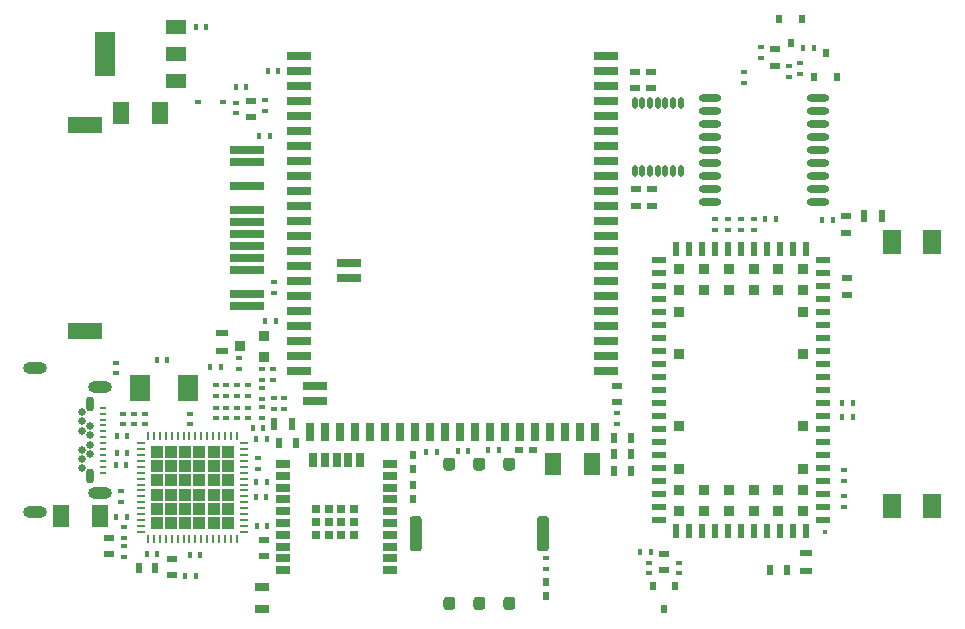
<source format=gbr>
%TF.GenerationSoftware,KiCad,Pcbnew,5.1.8-db9833491~88~ubuntu20.04.1*%
%TF.CreationDate,2020-12-01T22:06:39+01:00*%
%TF.ProjectId,licheepinano_sarau270,6c696368-6565-4706-996e-616e6f5f7361,V1.0*%
%TF.SameCoordinates,Original*%
%TF.FileFunction,Paste,Top*%
%TF.FilePolarity,Positive*%
%FSLAX46Y46*%
G04 Gerber Fmt 4.6, Leading zero omitted, Abs format (unit mm)*
G04 Created by KiCad (PCBNEW 5.1.8-db9833491~88~ubuntu20.04.1) date 2020-12-01 22:06:39*
%MOMM*%
%LPD*%
G01*
G04 APERTURE LIST*
%ADD10R,0.520000X0.320000*%
%ADD11R,2.999740X1.399540*%
%ADD12R,2.999740X0.708660*%
%ADD13R,2.000000X0.800000*%
%ADD14R,0.800000X1.500000*%
%ADD15R,1.600000X2.100000*%
%ADD16R,0.480000X0.880000*%
%ADD17R,0.320000X0.520000*%
%ADD18R,0.880000X0.480000*%
%ADD19R,1.324000X1.832000*%
%ADD20R,0.900000X0.500000*%
%ADD21R,0.600000X0.750000*%
%ADD22R,0.750000X0.600000*%
%ADD23R,0.515000X1.023000*%
%ADD24R,1.023000X0.515000*%
%ADD25R,1.043000X0.535000*%
%ADD26R,0.535000X1.043000*%
%ADD27R,0.580000X0.780000*%
%ADD28R,1.300000X0.600000*%
%ADD29R,0.900000X0.900000*%
%ADD30R,0.400000X0.400000*%
%ADD31R,0.600000X1.300000*%
%ADD32R,1.000000X1.000000*%
%ADD33O,0.690000X0.220000*%
%ADD34O,0.220000X0.690000*%
%ADD35O,1.900000X0.600000*%
%ADD36R,1.700000X2.200000*%
%ADD37O,0.450000X1.000000*%
%ADD38R,0.540000X0.340000*%
%ADD39R,0.574000X0.287000*%
%ADD40O,0.647700X1.297940*%
%ADD41C,0.650000*%
%ADD42O,1.998980X0.998220*%
%ADD43R,1.150000X0.700000*%
%ADD44R,0.700000X1.150000*%
%ADD45R,0.700000X0.700000*%
%ADD46R,1.197000X0.689000*%
%ADD47R,0.600000X0.450000*%
%ADD48R,0.914400X0.914400*%
%ADD49R,1.800860X1.300480*%
%ADD50R,1.800860X3.799840*%
G04 APERTURE END LIST*
D10*
%TO.C,C46*%
X118410000Y-105360000D03*
X118410000Y-104460000D03*
%TD*%
%TO.C,R20*%
X167900000Y-77160000D03*
X167900000Y-78060000D03*
%TD*%
D11*
%TO.C,Con2*%
X107341900Y-82425100D03*
X107341900Y-99874900D03*
D12*
X121037580Y-96758320D03*
X121037580Y-97779400D03*
X121037580Y-84520600D03*
X121037580Y-85541680D03*
X121037580Y-87581300D03*
X121037580Y-89620920D03*
X121037580Y-90642000D03*
X121037580Y-91658000D03*
X121037580Y-92679080D03*
X121037580Y-93697620D03*
X121037580Y-94718700D03*
%TD*%
D13*
%TO.C,SOM1*%
X151450000Y-76540000D03*
X151450000Y-77810000D03*
X151450000Y-79080000D03*
X151450000Y-80350000D03*
X151450000Y-81620000D03*
X151450000Y-84160000D03*
X151450000Y-85430000D03*
X151450000Y-82890000D03*
X151450000Y-86700000D03*
X151450000Y-89240000D03*
X151450000Y-90510000D03*
X151450000Y-91780000D03*
X151450000Y-93050000D03*
X151450000Y-94320000D03*
X151450000Y-95590000D03*
X151450000Y-87970000D03*
X151450000Y-100670000D03*
X151450000Y-96860000D03*
X151450000Y-103210000D03*
X151450000Y-101940000D03*
X151450000Y-99400000D03*
X151450000Y-98130000D03*
X125450000Y-103210000D03*
X125450000Y-101940000D03*
X125450000Y-96860000D03*
X125450000Y-100670000D03*
X125450000Y-99400000D03*
X125450000Y-98130000D03*
X125450000Y-76540000D03*
X125450000Y-79080000D03*
X125450000Y-80350000D03*
X125450000Y-81620000D03*
X125450000Y-82890000D03*
X125450000Y-84160000D03*
X125450000Y-86700000D03*
X125450000Y-85430000D03*
X125450000Y-93050000D03*
X125450000Y-89240000D03*
X125450000Y-95590000D03*
X125450000Y-94320000D03*
X125450000Y-91780000D03*
X125450000Y-87970000D03*
X125450000Y-90510000D03*
X125450000Y-77810000D03*
D14*
X147975000Y-108430000D03*
X146705000Y-108430000D03*
X144165000Y-108430000D03*
X150515000Y-108430000D03*
X149245000Y-108430000D03*
X132735000Y-108430000D03*
X127655000Y-108430000D03*
X131465000Y-108430000D03*
X134005000Y-108430000D03*
X142895000Y-108430000D03*
X141625000Y-108430000D03*
X135275000Y-108430000D03*
X145435000Y-108430000D03*
X136545000Y-108430000D03*
X140355000Y-108430000D03*
X139085000Y-108430000D03*
X130195000Y-108430000D03*
X126385000Y-108430000D03*
X137815000Y-108430000D03*
X128925000Y-108430000D03*
D13*
X126850000Y-105780000D03*
X126850000Y-104510000D03*
X129700000Y-95380000D03*
X129700000Y-94110000D03*
%TD*%
D15*
%TO.C,Ant1*%
X179100000Y-92335000D03*
X175700000Y-92335000D03*
X179100000Y-114685000D03*
X175700000Y-114685000D03*
%TD*%
D16*
%TO.C,C1*%
X113320000Y-119900000D03*
X111920000Y-119900000D03*
%TD*%
D17*
%TO.C,C2*%
X113470000Y-118730000D03*
X112570000Y-118730000D03*
%TD*%
D10*
%TO.C,C3*%
X109960000Y-103430000D03*
X109960000Y-102530000D03*
%TD*%
D17*
%TO.C,C4*%
X117940000Y-102940000D03*
X118840000Y-102940000D03*
%TD*%
%TO.C,C5*%
X117110000Y-118850000D03*
X116210000Y-118850000D03*
%TD*%
%TO.C,C6*%
X122790000Y-116380000D03*
X121890000Y-116380000D03*
%TD*%
D18*
%TO.C,C7*%
X109380000Y-118760000D03*
X109380000Y-117360000D03*
%TD*%
D10*
%TO.C,C8*%
X121970000Y-110650000D03*
X121970000Y-111550000D03*
%TD*%
%TO.C,C9*%
X110620000Y-118970000D03*
X110620000Y-118070000D03*
%TD*%
D16*
%TO.C,C10*%
X123810000Y-109370000D03*
X125210000Y-109370000D03*
%TD*%
D17*
%TO.C,C11*%
X122700000Y-113880000D03*
X121800000Y-113880000D03*
%TD*%
D10*
%TO.C,C12*%
X110620000Y-117350000D03*
X110620000Y-116450000D03*
%TD*%
%TO.C,C13*%
X124240000Y-105550000D03*
X124240000Y-106450000D03*
%TD*%
D17*
%TO.C,C14*%
X110900000Y-115590000D03*
X110000000Y-115590000D03*
%TD*%
%TO.C,C15*%
X109950000Y-111220000D03*
X110850000Y-111220000D03*
%TD*%
D10*
%TO.C,C16*%
X110380000Y-114330000D03*
X110380000Y-113430000D03*
%TD*%
D17*
%TO.C,C17*%
X121560000Y-108070000D03*
X122460000Y-108070000D03*
%TD*%
D10*
%TO.C,C18*%
X123320000Y-105550000D03*
X123320000Y-106450000D03*
%TD*%
%TO.C,C19*%
X116220000Y-106870000D03*
X116220000Y-107770000D03*
%TD*%
%TO.C,C20*%
X111500000Y-107770000D03*
X111500000Y-106870000D03*
%TD*%
%TO.C,C21*%
X110560000Y-107770000D03*
X110560000Y-106870000D03*
%TD*%
D17*
%TO.C,C23*%
X136250000Y-110140000D03*
X137150000Y-110140000D03*
%TD*%
%TO.C,C24*%
X139820000Y-109990000D03*
X138920000Y-109990000D03*
%TD*%
%TO.C,C25*%
X141510000Y-109960000D03*
X142410000Y-109960000D03*
%TD*%
D10*
%TO.C,C26*%
X146370000Y-120000000D03*
X146370000Y-119100000D03*
%TD*%
D18*
%TO.C,C28*%
X171870000Y-95370000D03*
X171870000Y-96770000D03*
%TD*%
D19*
%TO.C,C29*%
X150311000Y-111140000D03*
X147009000Y-111140000D03*
%TD*%
D16*
%TO.C,C30*%
X152170000Y-111670000D03*
X153570000Y-111670000D03*
%TD*%
%TO.C,C31*%
X152170000Y-110300000D03*
X153570000Y-110300000D03*
%TD*%
%TO.C,C32*%
X152150000Y-108920000D03*
X153550000Y-108920000D03*
%TD*%
%TO.C,C33*%
X166770000Y-120130000D03*
X165370000Y-120130000D03*
%TD*%
D18*
%TO.C,C34*%
X165750000Y-75990000D03*
X165750000Y-77390000D03*
%TD*%
D10*
%TO.C,C35*%
X164580000Y-75830000D03*
X164580000Y-76730000D03*
%TD*%
%TO.C,C36*%
X163190000Y-77920000D03*
X163190000Y-78820000D03*
%TD*%
D17*
%TO.C,C37*%
X164940000Y-90360000D03*
X165840000Y-90360000D03*
%TD*%
D18*
%TO.C,C38*%
X171770000Y-91540000D03*
X171770000Y-90140000D03*
%TD*%
%TO.C,Con1*%
G36*
G01*
X137950000Y-110570000D02*
X138450000Y-110570000D01*
G75*
G02*
X138700000Y-110820000I0J-250000D01*
G01*
X138700000Y-111420000D01*
G75*
G02*
X138450000Y-111670000I-250000J0D01*
G01*
X137950000Y-111670000D01*
G75*
G02*
X137700000Y-111420000I0J250000D01*
G01*
X137700000Y-110820000D01*
G75*
G02*
X137950000Y-110570000I250000J0D01*
G01*
G37*
G36*
G01*
X137950000Y-122370000D02*
X138450000Y-122370000D01*
G75*
G02*
X138700000Y-122620000I0J-250000D01*
G01*
X138700000Y-123220000D01*
G75*
G02*
X138450000Y-123470000I-250000J0D01*
G01*
X137950000Y-123470000D01*
G75*
G02*
X137700000Y-123220000I0J250000D01*
G01*
X137700000Y-122620000D01*
G75*
G02*
X137950000Y-122370000I250000J0D01*
G01*
G37*
G36*
G01*
X140490000Y-110570000D02*
X140990000Y-110570000D01*
G75*
G02*
X141240000Y-110820000I0J-250000D01*
G01*
X141240000Y-111420000D01*
G75*
G02*
X140990000Y-111670000I-250000J0D01*
G01*
X140490000Y-111670000D01*
G75*
G02*
X140240000Y-111420000I0J250000D01*
G01*
X140240000Y-110820000D01*
G75*
G02*
X140490000Y-110570000I250000J0D01*
G01*
G37*
G36*
G01*
X140490000Y-122370000D02*
X140990000Y-122370000D01*
G75*
G02*
X141240000Y-122620000I0J-250000D01*
G01*
X141240000Y-123220000D01*
G75*
G02*
X140990000Y-123470000I-250000J0D01*
G01*
X140490000Y-123470000D01*
G75*
G02*
X140240000Y-123220000I0J250000D01*
G01*
X140240000Y-122620000D01*
G75*
G02*
X140490000Y-122370000I250000J0D01*
G01*
G37*
G36*
G01*
X143030000Y-110570000D02*
X143530000Y-110570000D01*
G75*
G02*
X143780000Y-110820000I0J-250000D01*
G01*
X143780000Y-111420000D01*
G75*
G02*
X143530000Y-111670000I-250000J0D01*
G01*
X143030000Y-111670000D01*
G75*
G02*
X142780000Y-111420000I0J250000D01*
G01*
X142780000Y-110820000D01*
G75*
G02*
X143030000Y-110570000I250000J0D01*
G01*
G37*
G36*
G01*
X143030000Y-122370000D02*
X143530000Y-122370000D01*
G75*
G02*
X143780000Y-122620000I0J-250000D01*
G01*
X143780000Y-123220000D01*
G75*
G02*
X143530000Y-123470000I-250000J0D01*
G01*
X143030000Y-123470000D01*
G75*
G02*
X142780000Y-123220000I0J250000D01*
G01*
X142780000Y-122620000D01*
G75*
G02*
X143030000Y-122370000I250000J0D01*
G01*
G37*
G36*
G01*
X135110000Y-115520000D02*
X135610000Y-115520000D01*
G75*
G02*
X135860000Y-115770000I0J-250000D01*
G01*
X135860000Y-118270000D01*
G75*
G02*
X135610000Y-118520000I-250000J0D01*
G01*
X135110000Y-118520000D01*
G75*
G02*
X134860000Y-118270000I0J250000D01*
G01*
X134860000Y-115770000D01*
G75*
G02*
X135110000Y-115520000I250000J0D01*
G01*
G37*
G36*
G01*
X145870000Y-115520000D02*
X146370000Y-115520000D01*
G75*
G02*
X146620000Y-115770000I0J-250000D01*
G01*
X146620000Y-118270000D01*
G75*
G02*
X146370000Y-118520000I-250000J0D01*
G01*
X145870000Y-118520000D01*
G75*
G02*
X145620000Y-118270000I0J250000D01*
G01*
X145620000Y-115770000D01*
G75*
G02*
X145870000Y-115520000I250000J0D01*
G01*
G37*
%TD*%
D20*
%TO.C,D1*%
X114750000Y-119140000D03*
X114750000Y-120540000D03*
%TD*%
D21*
%TO.C,D4*%
X135110000Y-111530000D03*
X135110000Y-110330000D03*
%TD*%
%TO.C,D5*%
X135110000Y-114110000D03*
X135110000Y-112910000D03*
%TD*%
D22*
%TO.C,D6*%
X144110000Y-109910000D03*
X145310000Y-109910000D03*
%TD*%
D21*
%TO.C,D7*%
X146380000Y-122330000D03*
X146380000Y-121130000D03*
%TD*%
D20*
%TO.C,D8*%
X156370000Y-118700000D03*
X156370000Y-120100000D03*
%TD*%
D23*
%TO.C,L1*%
X124862000Y-107770000D03*
X123338000Y-107770000D03*
%TD*%
D24*
%TO.C,L3*%
X118970000Y-100068000D03*
X118970000Y-101592000D03*
%TD*%
D25*
%TO.C,L4*%
X168400000Y-120192000D03*
X168400000Y-118668000D03*
%TD*%
D26*
%TO.C,L5*%
X173278000Y-90150000D03*
X174802000Y-90150000D03*
%TD*%
D27*
%TO.C,Q1*%
X155410000Y-121430000D03*
X157310000Y-121430000D03*
X156360000Y-123430000D03*
%TD*%
%TO.C,Q2*%
X170070000Y-76330000D03*
X169120000Y-78330000D03*
X171020000Y-78330000D03*
%TD*%
D17*
%TO.C,R1*%
X121850000Y-109030000D03*
X122750000Y-109030000D03*
%TD*%
%TO.C,R2*%
X122740000Y-112630000D03*
X121840000Y-112630000D03*
%TD*%
%TO.C,R3*%
X114320000Y-102350000D03*
X113420000Y-102350000D03*
%TD*%
D10*
%TO.C,R4*%
X112440000Y-106870000D03*
X112440000Y-107770000D03*
%TD*%
D17*
%TO.C,R7*%
X116720000Y-120620000D03*
X115820000Y-120620000D03*
%TD*%
D10*
%TO.C,R8*%
X123330000Y-96650000D03*
X123330000Y-95750000D03*
%TD*%
D17*
%TO.C,R9*%
X122990000Y-83340000D03*
X122090000Y-83340000D03*
%TD*%
D10*
%TO.C,R10*%
X171650000Y-112560000D03*
X171650000Y-111660000D03*
%TD*%
D17*
%TO.C,R11*%
X172380000Y-107100000D03*
X171480000Y-107100000D03*
%TD*%
%TO.C,R12*%
X171490000Y-105990000D03*
X172390000Y-105990000D03*
%TD*%
D10*
%TO.C,R13*%
X171660000Y-113860000D03*
X171660000Y-114760000D03*
%TD*%
%TO.C,R15*%
X157640000Y-120390000D03*
X157640000Y-119490000D03*
%TD*%
%TO.C,R16*%
X155110000Y-119490000D03*
X155110000Y-120390000D03*
%TD*%
D17*
%TO.C,R17*%
X154350000Y-118590000D03*
X155250000Y-118590000D03*
%TD*%
%TO.C,R18*%
X169070000Y-75930000D03*
X168170000Y-75930000D03*
%TD*%
D10*
%TO.C,R19*%
X166980000Y-77440000D03*
X166980000Y-78340000D03*
%TD*%
%TO.C,R22*%
X162890000Y-91280000D03*
X162890000Y-90380000D03*
%TD*%
%TO.C,R23*%
X164010000Y-90380000D03*
X164010000Y-91280000D03*
%TD*%
D28*
%TO.C,Modem1*%
X169860000Y-115870000D03*
D29*
X168160000Y-115120000D03*
D30*
X170010000Y-116870000D03*
D28*
X169860000Y-114770000D03*
X169860000Y-113670000D03*
X169860000Y-112570000D03*
X169860000Y-111470000D03*
X169860000Y-110370000D03*
X169860000Y-109270000D03*
X169860000Y-108170000D03*
X169860000Y-107070000D03*
X169860000Y-105970000D03*
X169860000Y-104870000D03*
X169860000Y-103770000D03*
X169860000Y-102670000D03*
X169860000Y-101570000D03*
X169860000Y-100470000D03*
X169860000Y-99370000D03*
X169860000Y-98270000D03*
X169860000Y-97170000D03*
X169860000Y-96070000D03*
X169860000Y-94970000D03*
X169860000Y-93870000D03*
D31*
X168410000Y-92920000D03*
X167310000Y-92920000D03*
X166210000Y-92920000D03*
X165110000Y-92920000D03*
X164010000Y-92920000D03*
X162910000Y-92920000D03*
X161810000Y-92920000D03*
X160710000Y-92920000D03*
X159610000Y-92920000D03*
X158510000Y-92920000D03*
X157410000Y-92920000D03*
D28*
X155960000Y-93870000D03*
X155960000Y-94970000D03*
X155960000Y-96070000D03*
X155960000Y-97170000D03*
X155960000Y-98270000D03*
X155960000Y-99370000D03*
X155960000Y-100470000D03*
X155960000Y-101570000D03*
X155960000Y-102670000D03*
X155960000Y-103770000D03*
X155960000Y-104870000D03*
X155960000Y-105970000D03*
X155960000Y-107070000D03*
X155960000Y-108170000D03*
X155960000Y-109270000D03*
X155960000Y-110370000D03*
X155960000Y-111470000D03*
X155960000Y-112570000D03*
X155960000Y-113670000D03*
X155960000Y-114770000D03*
X155960000Y-115870000D03*
D31*
X157410000Y-116820000D03*
X158510000Y-116820000D03*
X159610000Y-116820000D03*
X160710000Y-116820000D03*
X161810000Y-116820000D03*
X162910000Y-116820000D03*
X164010000Y-116820000D03*
X165110000Y-116820000D03*
X166210000Y-116820000D03*
X167310000Y-116820000D03*
X168410000Y-116820000D03*
D29*
X168160000Y-113320000D03*
X166060000Y-115120000D03*
X168160000Y-111520000D03*
X168160000Y-107920000D03*
X168160000Y-101820000D03*
X168160000Y-94620000D03*
X168160000Y-96420000D03*
X168160000Y-98220000D03*
X166060000Y-94620000D03*
X163960000Y-94620000D03*
X161860000Y-94620000D03*
X159760000Y-94620000D03*
X157660000Y-94620000D03*
X166060000Y-96420000D03*
X163960000Y-96420000D03*
X161860000Y-96420000D03*
X159760000Y-96420000D03*
X157660000Y-96420000D03*
X163960000Y-115120000D03*
X161860000Y-115120000D03*
X159760000Y-115120000D03*
X157660000Y-115120000D03*
X166060000Y-113320000D03*
X163960000Y-113320000D03*
X161860000Y-113320000D03*
X159760000Y-113320000D03*
X157660000Y-113320000D03*
X157660000Y-111520000D03*
X157660000Y-107920000D03*
X157660000Y-101820000D03*
X157660000Y-98220000D03*
%TD*%
D27*
%TO.C,T1*%
X166140000Y-73450000D03*
X168040000Y-73450000D03*
X167090000Y-75450000D03*
%TD*%
D32*
%TO.C,U1*%
X113450000Y-116110000D03*
X113450000Y-114910000D03*
X113450000Y-113710000D03*
X113450000Y-112510000D03*
X113450000Y-111310000D03*
X113450000Y-110110000D03*
X114650000Y-116110000D03*
X114650000Y-114910000D03*
X114650000Y-113710000D03*
X114650000Y-112510000D03*
X114650000Y-111310000D03*
X114650000Y-110110000D03*
X115850000Y-116110000D03*
X115850000Y-114910000D03*
X115850000Y-113710000D03*
X115850000Y-112510000D03*
X115850000Y-111310000D03*
X115850000Y-110110000D03*
X117050000Y-116110000D03*
X117050000Y-114910000D03*
X117050000Y-113710000D03*
X117050000Y-112510000D03*
X117050000Y-111310000D03*
X117050000Y-110110000D03*
X118250000Y-116110000D03*
X118250000Y-114910000D03*
X118250000Y-113710000D03*
X118250000Y-112510000D03*
X118250000Y-111310000D03*
X118250000Y-110110000D03*
X119450000Y-116110000D03*
X119450000Y-114910000D03*
X119450000Y-113710000D03*
X119450000Y-112510000D03*
X119450000Y-111310000D03*
D33*
X112105000Y-109360000D03*
X112105000Y-109860000D03*
X112105000Y-110360000D03*
X112105000Y-110860000D03*
X112105000Y-111360000D03*
X112105000Y-111860000D03*
X112105000Y-112360000D03*
X112105000Y-112860000D03*
X112105000Y-113360000D03*
X112105000Y-113860000D03*
X112105000Y-114360000D03*
X112105000Y-114860000D03*
X112105000Y-115360000D03*
X112105000Y-115860000D03*
X112105000Y-116360000D03*
X112105000Y-116860000D03*
X120795000Y-109360000D03*
X120795000Y-109860000D03*
X120795000Y-110360000D03*
X120795000Y-110860000D03*
X120795000Y-111360000D03*
X120795000Y-111860000D03*
X120795000Y-112360000D03*
X120795000Y-112860000D03*
X120795000Y-113360000D03*
X120795000Y-113860000D03*
X120795000Y-114360000D03*
X120795000Y-114860000D03*
X120795000Y-115360000D03*
X120795000Y-115860000D03*
X120795000Y-116360000D03*
X120795000Y-116860000D03*
D34*
X120200000Y-108765000D03*
X120200000Y-117455000D03*
X119700000Y-108765000D03*
X119700000Y-117455000D03*
X119200000Y-108765000D03*
X119200000Y-117455000D03*
X118700000Y-108765000D03*
X118700000Y-117455000D03*
X118200000Y-108765000D03*
X118200000Y-117455000D03*
X117700000Y-108765000D03*
X117700000Y-117455000D03*
X117200000Y-108765000D03*
X117200000Y-117455000D03*
X116700000Y-108765000D03*
X116700000Y-117455000D03*
X116200000Y-108765000D03*
X116200000Y-117455000D03*
X115700000Y-108765000D03*
X115700000Y-117455000D03*
X115200000Y-108765000D03*
X115200000Y-117455000D03*
X114700000Y-108765000D03*
X114700000Y-117455000D03*
X114200000Y-108765000D03*
X114200000Y-117455000D03*
X113700000Y-108765000D03*
X113700000Y-117455000D03*
X113200000Y-108765000D03*
X113200000Y-117455000D03*
X112700000Y-108765000D03*
X112700000Y-117455000D03*
D32*
X119450000Y-110110000D03*
%TD*%
D35*
%TO.C,U4*%
X160240000Y-80100000D03*
X160240000Y-81200000D03*
X160240000Y-82300000D03*
X160240000Y-83400000D03*
X160240000Y-84500000D03*
X169440000Y-80100000D03*
X169440000Y-81200000D03*
X169440000Y-82300000D03*
X169440000Y-83400000D03*
X169440000Y-84500000D03*
X160240000Y-85600000D03*
X160240000Y-86700000D03*
X160240000Y-87800000D03*
X160240000Y-88900000D03*
X169440000Y-87800000D03*
X169440000Y-88900000D03*
X169440000Y-85600000D03*
X169440000Y-86700000D03*
%TD*%
D36*
%TO.C,X1*%
X116080000Y-104710000D03*
X111980001Y-104710000D03*
%TD*%
D18*
%TO.C,C39*%
X155380000Y-89250000D03*
X155380000Y-87850000D03*
%TD*%
%TO.C,C40*%
X153990000Y-89250000D03*
X153990000Y-87850000D03*
%TD*%
%TO.C,C41*%
X155310000Y-79300000D03*
X155310000Y-77900000D03*
%TD*%
%TO.C,C42*%
X153920000Y-79300000D03*
X153920000Y-77900000D03*
%TD*%
D37*
%TO.C,U5*%
X157805000Y-80540000D03*
X157155000Y-80540000D03*
X156505000Y-80540000D03*
X155855000Y-80540000D03*
X155205000Y-80540000D03*
X154555000Y-80540000D03*
X153905000Y-80540000D03*
X153905000Y-86340000D03*
X154555000Y-86340000D03*
X155205000Y-86340000D03*
X155855000Y-86340000D03*
X156505000Y-86340000D03*
X157155000Y-86340000D03*
X157805000Y-86340000D03*
%TD*%
D19*
%TO.C,C43*%
X110399000Y-81400000D03*
X113701000Y-81400000D03*
%TD*%
D38*
%TO.C,L6*%
X122350000Y-106320000D03*
X122350000Y-107220000D03*
%TD*%
D19*
%TO.C,C50*%
X105319000Y-115530000D03*
X108621000Y-115530000D03*
%TD*%
D18*
%TO.C,C52*%
X122520000Y-118950000D03*
X122520000Y-117550000D03*
%TD*%
D39*
%TO.C,Con3*%
X108914540Y-106351720D03*
X108914540Y-106852100D03*
X108914540Y-107352480D03*
X108914540Y-107850320D03*
X108914540Y-108350700D03*
X108914540Y-108851080D03*
X108914540Y-109348920D03*
X108914540Y-109849300D03*
X108914540Y-110349680D03*
X108914540Y-110847520D03*
X108914540Y-111347900D03*
X108914540Y-111848280D03*
D40*
X107804560Y-112148000D03*
D41*
X107103520Y-111497760D03*
X107103520Y-110697660D03*
X107804560Y-110298880D03*
X107103520Y-109897560D03*
X107804560Y-109498780D03*
X107804560Y-108701220D03*
X107103520Y-108302440D03*
X107804560Y-107901120D03*
X107103520Y-107502340D03*
X107103520Y-106702240D03*
D40*
X107804560Y-106052000D03*
D42*
X108604660Y-104601660D03*
X108604660Y-113598340D03*
X103105560Y-103026860D03*
X103105560Y-115173140D03*
%TD*%
D17*
%TO.C,R28*%
X110050000Y-110150000D03*
X110950000Y-110150000D03*
%TD*%
%TO.C,R29*%
X110050000Y-108720000D03*
X110950000Y-108720000D03*
%TD*%
D10*
%TO.C,R30*%
X160670000Y-91270000D03*
X160670000Y-90370000D03*
%TD*%
%TO.C,R31*%
X161840000Y-91270000D03*
X161840000Y-90370000D03*
%TD*%
D43*
%TO.C,U3*%
X124160000Y-111120000D03*
X124160000Y-112120000D03*
X124160000Y-113120000D03*
X124160000Y-114120000D03*
X124160000Y-115120000D03*
X124160000Y-116120000D03*
X124160000Y-117120000D03*
X124160000Y-118120000D03*
X124160000Y-120120000D03*
X133160000Y-114120000D03*
X133160000Y-112120000D03*
X133160000Y-117120000D03*
X133160000Y-113120000D03*
X133160000Y-111120000D03*
X133160000Y-119120000D03*
X133160000Y-115120000D03*
X133160000Y-116120000D03*
X133160000Y-118120000D03*
X124160000Y-119120000D03*
X133160000Y-120120000D03*
D44*
X126660000Y-110820000D03*
X127660000Y-110820000D03*
X128660000Y-110820000D03*
X129660000Y-110820000D03*
X130660000Y-110820000D03*
D45*
X127980000Y-114930000D03*
X129060000Y-114930000D03*
X127980000Y-117090000D03*
X129060000Y-117090000D03*
X127980000Y-116010000D03*
X129060000Y-116010000D03*
X130140000Y-117090000D03*
X126900000Y-117090000D03*
X130140000Y-114930000D03*
X126900000Y-114930000D03*
X130140000Y-116010000D03*
X126900000Y-116010000D03*
%TD*%
D46*
%TO.C,C51*%
X122350000Y-123422500D03*
X122350000Y-121517500D03*
%TD*%
D17*
%TO.C,C53*%
X116740000Y-74110000D03*
X117640000Y-74110000D03*
%TD*%
D10*
%TO.C,C54*%
X120390000Y-103060000D03*
X120390000Y-102160000D03*
%TD*%
D17*
%TO.C,C55*%
X123500000Y-99020000D03*
X122600000Y-99020000D03*
%TD*%
D18*
%TO.C,C56*%
X121440000Y-80360000D03*
X121440000Y-81760000D03*
%TD*%
D10*
%TO.C,C57*%
X120160000Y-80540000D03*
X120160000Y-81440000D03*
%TD*%
D20*
%TO.C,D2*%
X152430000Y-104490000D03*
X152430000Y-105890000D03*
%TD*%
D47*
%TO.C,D3*%
X116960000Y-80470000D03*
X119060000Y-80470000D03*
%TD*%
D10*
%TO.C,R32*%
X152390000Y-106830000D03*
X152390000Y-107730000D03*
%TD*%
D17*
%TO.C,R33*%
X123710000Y-77810000D03*
X122810000Y-77810000D03*
%TD*%
%TO.C,R34*%
X120110000Y-79240000D03*
X121010000Y-79240000D03*
%TD*%
D10*
%TO.C,R35*%
X122610000Y-80290000D03*
X122610000Y-81190000D03*
%TD*%
D48*
%TO.C,U6*%
X122526000Y-100271000D03*
X122526000Y-102049000D03*
X120494000Y-101160000D03*
%TD*%
D49*
%TO.C,U7*%
X115039740Y-78711240D03*
X115039740Y-76410000D03*
X115039740Y-74108760D03*
D50*
X109040260Y-76410000D03*
%TD*%
D10*
%TO.C,C44*%
X120230000Y-104460000D03*
X120230000Y-105360000D03*
%TD*%
%TO.C,C45*%
X121140000Y-104460000D03*
X121140000Y-105360000D03*
%TD*%
%TO.C,C47*%
X119320000Y-105360000D03*
X119320000Y-104460000D03*
%TD*%
%TO.C,R14*%
X120230000Y-107240000D03*
X120230000Y-106340000D03*
%TD*%
%TO.C,R24*%
X121140000Y-106340000D03*
X121140000Y-107240000D03*
%TD*%
%TO.C,R25*%
X118410000Y-107240000D03*
X118410000Y-106340000D03*
%TD*%
%TO.C,R26*%
X119320000Y-106340000D03*
X119320000Y-107240000D03*
%TD*%
%TO.C,R27*%
X122350000Y-104710000D03*
X122350000Y-105610000D03*
%TD*%
%TO.C,C48*%
X122350000Y-103990000D03*
X122350000Y-103090000D03*
%TD*%
%TO.C,C49*%
X123260000Y-103090000D03*
X123260000Y-103990000D03*
%TD*%
D17*
%TO.C,R21*%
X169790000Y-90440000D03*
X170690000Y-90440000D03*
%TD*%
M02*

</source>
